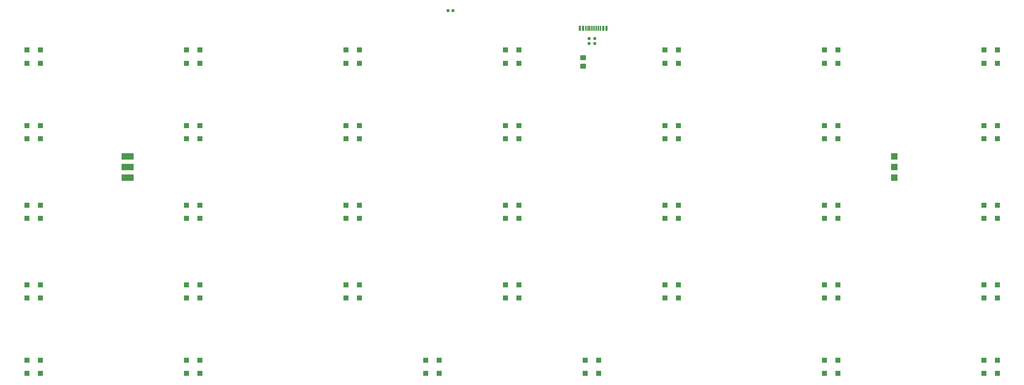
<source format=gbr>
%TF.GenerationSoftware,KiCad,Pcbnew,(6.0.4)*%
%TF.CreationDate,2022-09-11T20:25:19+10:00*%
%TF.ProjectId,pcb,7063622e-6b69-4636-9164-5f7063625858,rev?*%
%TF.SameCoordinates,Original*%
%TF.FileFunction,Paste,Bot*%
%TF.FilePolarity,Positive*%
%FSLAX46Y46*%
G04 Gerber Fmt 4.6, Leading zero omitted, Abs format (unit mm)*
G04 Created by KiCad (PCBNEW (6.0.4)) date 2022-09-11 20:25:19*
%MOMM*%
%LPD*%
G01*
G04 APERTURE LIST*
G04 Aperture macros list*
%AMRoundRect*
0 Rectangle with rounded corners*
0 $1 Rounding radius*
0 $2 $3 $4 $5 $6 $7 $8 $9 X,Y pos of 4 corners*
0 Add a 4 corners polygon primitive as box body*
4,1,4,$2,$3,$4,$5,$6,$7,$8,$9,$2,$3,0*
0 Add four circle primitives for the rounded corners*
1,1,$1+$1,$2,$3*
1,1,$1+$1,$4,$5*
1,1,$1+$1,$6,$7*
1,1,$1+$1,$8,$9*
0 Add four rect primitives between the rounded corners*
20,1,$1+$1,$2,$3,$4,$5,0*
20,1,$1+$1,$4,$5,$6,$7,0*
20,1,$1+$1,$6,$7,$8,$9,0*
20,1,$1+$1,$8,$9,$2,$3,0*%
G04 Aperture macros list end*
%ADD10R,1.200000X1.200000*%
%ADD11RoundRect,0.250000X-0.450000X0.350000X-0.450000X-0.350000X0.450000X-0.350000X0.450000X0.350000X0*%
%ADD12R,1.524000X1.524000*%
%ADD13RoundRect,0.160000X-0.160000X0.197500X-0.160000X-0.197500X0.160000X-0.197500X0.160000X0.197500X0*%
%ADD14R,0.600000X1.160000*%
%ADD15R,0.300000X1.160000*%
%ADD16RoundRect,0.160000X0.197500X0.160000X-0.197500X0.160000X-0.197500X-0.160000X0.197500X-0.160000X0*%
%ADD17R,3.000000X1.524000*%
G04 APERTURE END LIST*
D10*
%TO.C,D50*%
X134950000Y-68250000D03*
X134950000Y-65100000D03*
%TD*%
%TO.C,D6*%
X96850000Y-12100000D03*
X96850000Y-8950000D03*
%TD*%
%TO.C,D28*%
X249250000Y-30150000D03*
X249250000Y-27000000D03*
%TD*%
%TO.C,D26*%
X211150000Y-30150000D03*
X211150000Y-27000000D03*
%TD*%
%TO.C,D8*%
X134950000Y-12100000D03*
X134950000Y-8950000D03*
%TD*%
D11*
%TO.C,R3*%
X150300000Y-10800000D03*
X150300000Y-12800000D03*
%TD*%
D10*
%TO.C,D34*%
X96850000Y-49200000D03*
X96850000Y-46050000D03*
%TD*%
%TO.C,D64*%
X154000000Y-86300000D03*
X154000000Y-83150000D03*
%TD*%
%TO.C,D39*%
X207950000Y-49200000D03*
X207950000Y-46050000D03*
%TD*%
%TO.C,D58*%
X20650000Y-86300000D03*
X20650000Y-83150000D03*
%TD*%
%TO.C,D14*%
X249250000Y-12100000D03*
X249250000Y-8950000D03*
%TD*%
%TO.C,D30*%
X20650000Y-49200000D03*
X20650000Y-46050000D03*
%TD*%
%TO.C,D36*%
X134950000Y-49200000D03*
X134950000Y-46050000D03*
%TD*%
D12*
%TO.C,J1*%
X224650000Y-39500000D03*
X224650000Y-36960000D03*
X224650000Y-34420000D03*
%TD*%
D10*
%TO.C,D38*%
X173050000Y-49200000D03*
X173050000Y-46050000D03*
%TD*%
%TO.C,D57*%
X17450000Y-86300000D03*
X17450000Y-83150000D03*
%TD*%
%TO.C,D19*%
X93650000Y-30150000D03*
X93650000Y-27000000D03*
%TD*%
%TO.C,D23*%
X169850000Y-30150000D03*
X169850000Y-27000000D03*
%TD*%
%TO.C,D55*%
X246050000Y-68250000D03*
X246050000Y-65100000D03*
%TD*%
%TO.C,D10*%
X173050000Y-12100000D03*
X173050000Y-8950000D03*
%TD*%
%TO.C,D65*%
X207950000Y-86300000D03*
X207950000Y-83150000D03*
%TD*%
%TO.C,D3*%
X55550000Y-12100000D03*
X55550000Y-8950000D03*
%TD*%
D13*
%TO.C,R2*%
X153100000Y-6202500D03*
X153100000Y-7397500D03*
%TD*%
D14*
%TO.C,J2*%
X149500000Y-3785000D03*
X150300000Y-3785000D03*
D15*
X151450000Y-3785000D03*
X152450000Y-3785000D03*
X152950000Y-3785000D03*
X153950000Y-3785000D03*
D14*
X155100000Y-3785000D03*
X155900000Y-3785000D03*
X155900000Y-3785000D03*
X155100000Y-3785000D03*
D15*
X154450000Y-3785000D03*
X153450000Y-3785000D03*
X151950000Y-3785000D03*
X150950000Y-3785000D03*
D14*
X150300000Y-3785000D03*
X149500000Y-3785000D03*
%TD*%
D10*
%TO.C,D41*%
X246050000Y-49200000D03*
X246050000Y-46050000D03*
%TD*%
%TO.C,D53*%
X207950000Y-68250000D03*
X207950000Y-65100000D03*
%TD*%
%TO.C,D37*%
X169850000Y-49200000D03*
X169850000Y-46050000D03*
%TD*%
%TO.C,D4*%
X58750000Y-12100000D03*
X58750000Y-8950000D03*
%TD*%
%TO.C,D51*%
X169850000Y-68250000D03*
X169850000Y-65100000D03*
%TD*%
%TO.C,D54*%
X211150000Y-68250000D03*
X211150000Y-65100000D03*
%TD*%
%TO.C,D1*%
X17450000Y-12100000D03*
X17450000Y-8950000D03*
%TD*%
%TO.C,D11*%
X207950000Y-12100000D03*
X207950000Y-8950000D03*
%TD*%
%TO.C,D67*%
X246050000Y-86300000D03*
X246050000Y-83150000D03*
%TD*%
%TO.C,D46*%
X58750000Y-68250000D03*
X58750000Y-65100000D03*
%TD*%
%TO.C,D49*%
X131750000Y-68250000D03*
X131750000Y-65100000D03*
%TD*%
%TO.C,D68*%
X249250000Y-86300000D03*
X249250000Y-83150000D03*
%TD*%
%TO.C,D25*%
X207950000Y-30150000D03*
X207950000Y-27000000D03*
%TD*%
%TO.C,D12*%
X211150000Y-12100000D03*
X211150000Y-8950000D03*
%TD*%
%TO.C,D9*%
X169850000Y-12100000D03*
X169850000Y-8950000D03*
%TD*%
D13*
%TO.C,R1*%
X151700000Y-6202500D03*
X151700000Y-7397500D03*
%TD*%
D10*
%TO.C,D60*%
X58750000Y-86300000D03*
X58750000Y-83150000D03*
%TD*%
%TO.C,D24*%
X173050000Y-30150000D03*
X173050000Y-27000000D03*
%TD*%
%TO.C,D40*%
X211150000Y-49200000D03*
X211150000Y-46050000D03*
%TD*%
%TO.C,D29*%
X17450000Y-49200000D03*
X17450000Y-46050000D03*
%TD*%
%TO.C,D42*%
X249250000Y-49200000D03*
X249250000Y-46050000D03*
%TD*%
%TO.C,D5*%
X93650000Y-12100000D03*
X93650000Y-8950000D03*
%TD*%
%TO.C,D63*%
X150800000Y-86300000D03*
X150800000Y-83150000D03*
%TD*%
%TO.C,D16*%
X20650000Y-30150000D03*
X20650000Y-27000000D03*
%TD*%
%TO.C,D61*%
X112700000Y-86300000D03*
X112700000Y-83150000D03*
%TD*%
%TO.C,D20*%
X96850000Y-30150000D03*
X96850000Y-27000000D03*
%TD*%
%TO.C,D31*%
X55550000Y-49200000D03*
X55550000Y-46050000D03*
%TD*%
%TO.C,D47*%
X93650000Y-68250000D03*
X93650000Y-65100000D03*
%TD*%
%TO.C,D52*%
X173050000Y-68250000D03*
X173050000Y-65100000D03*
%TD*%
D16*
%TO.C,R4*%
X119217500Y500000D03*
X118022500Y500000D03*
%TD*%
D10*
%TO.C,D32*%
X58750000Y-49200000D03*
X58750000Y-46050000D03*
%TD*%
%TO.C,D7*%
X131750000Y-12100000D03*
X131750000Y-8950000D03*
%TD*%
%TO.C,D18*%
X58750000Y-30150000D03*
X58750000Y-27000000D03*
%TD*%
%TO.C,D48*%
X96850000Y-68250000D03*
X96850000Y-65100000D03*
%TD*%
%TO.C,D15*%
X17450000Y-30150000D03*
X17450000Y-27000000D03*
%TD*%
%TO.C,D44*%
X20650000Y-68250000D03*
X20650000Y-65100000D03*
%TD*%
%TO.C,D13*%
X246050000Y-12100000D03*
X246050000Y-8950000D03*
%TD*%
%TO.C,D43*%
X17450000Y-68250000D03*
X17450000Y-65100000D03*
%TD*%
%TO.C,D56*%
X249250000Y-68250000D03*
X249250000Y-65100000D03*
%TD*%
%TO.C,D66*%
X211150000Y-86300000D03*
X211150000Y-83150000D03*
%TD*%
%TO.C,D33*%
X93650000Y-49200000D03*
X93650000Y-46050000D03*
%TD*%
%TO.C,D35*%
X131750000Y-49200000D03*
X131750000Y-46050000D03*
%TD*%
%TO.C,D59*%
X55550000Y-86300000D03*
X55550000Y-83150000D03*
%TD*%
%TO.C,D22*%
X134950000Y-30150000D03*
X134950000Y-27000000D03*
%TD*%
%TO.C,D62*%
X115900000Y-86300000D03*
X115900000Y-83150000D03*
%TD*%
%TO.C,D27*%
X246050000Y-30150000D03*
X246050000Y-27000000D03*
%TD*%
%TO.C,D17*%
X55550000Y-30150000D03*
X55550000Y-27000000D03*
%TD*%
%TO.C,D2*%
X20650000Y-12100000D03*
X20650000Y-8950000D03*
%TD*%
D17*
%TO.C,J3*%
X41500000Y-39500000D03*
X41500000Y-36960000D03*
X41500000Y-34420000D03*
%TD*%
D10*
%TO.C,D21*%
X131750000Y-30150000D03*
X131750000Y-27000000D03*
%TD*%
%TO.C,D45*%
X55550000Y-68250000D03*
X55550000Y-65100000D03*
%TD*%
M02*

</source>
